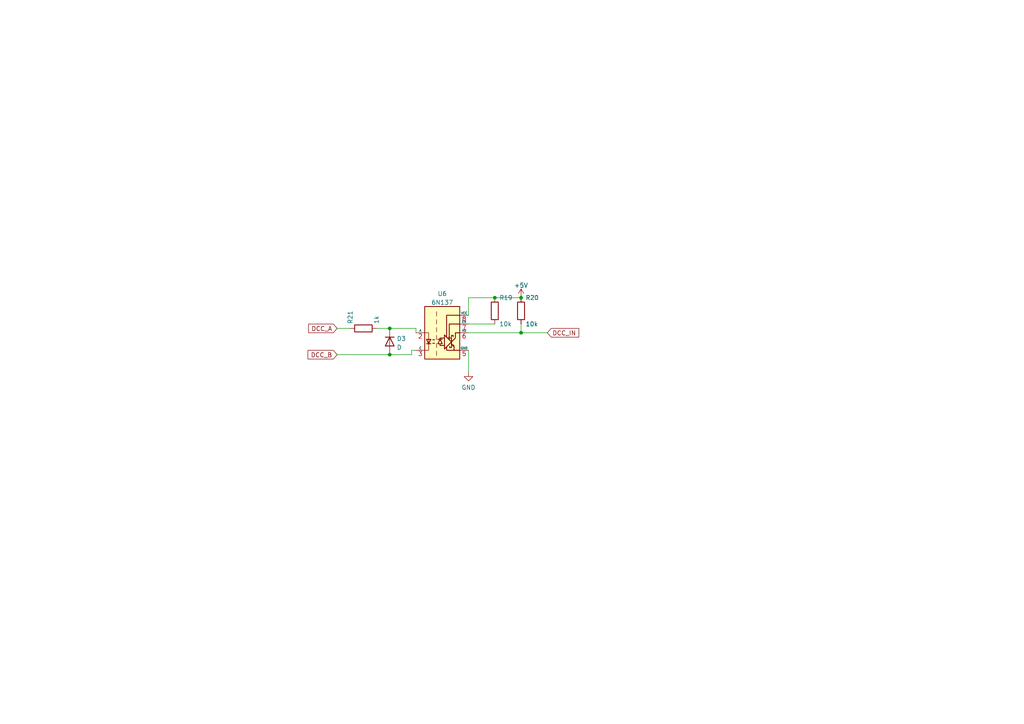
<source format=kicad_sch>
(kicad_sch (version 20230121) (generator eeschema)
  (paper "A4")
  (lib_symbols
    (symbol "Device:D" (pin_numbers hide) (pin_names (offset 1.016) hide)
      (property "Reference" "D" (at 0 2.54 0))
      (property "Value" "D" (at 0 -2.54 0))
      (symbol "D_0_1"
        (polyline (pts (xy -1.27 1.27) (xy -1.27 -1.27)) (stroke (width 0.254)))
        (polyline (pts (xy 1.27 0) (xy -1.27 0)))
        (polyline (pts (xy 1.27 1.27) (xy 1.27 -1.27) (xy -1.27 0) (xy 1.27 1.27)) (stroke (width 0.254)))
      )
      (symbol "D_1_1"
        (pin passive line (at -3.81 0 0) (length 2.54) (name "K") (number "1"))
        (pin passive line (at 3.81 0 180) (length 2.54) (name "A") (number "2"))
      )
    )
    (symbol "Device:R" (pin_numbers hide) (pin_names (offset 0))
      (property "Reference" "R" (at 2.032 0 90))
      (property "Value" "R" (at 0 0 90))
      (symbol "R_0_1"
        (rectangle (start -1.016 -2.54) (end 1.016 2.54) (stroke (width 0.254)))
      )
      (symbol "R_1_1"
        (pin passive line (at 0 3.81 270) (length 1.27) (name "~") (number "1"))
        (pin passive line (at 0 -3.81 90) (length 1.27) (name "~") (number "2"))
      )
    )
    (symbol "Isolator:6N137" (pin_names (offset 0))
      (property "Reference" "U" (at -4.064 8.89 0))
      (property "Value" "6N137" (at 0 -8.89 0))
      (symbol "6N137_0_1"
        (polyline (pts (xy 2.667 -3.556) (xy 2.667 -1.651)) (stroke (width 0.254)))
        (polyline (pts (xy 2.667 -2.159) (xy 2.667 -2.921)) (stroke (width 0.254)))
        (polyline (pts (xy 3.429 -3.937) (xy 3.429 -5.08)) (stroke (width 0.254)))
        (polyline (pts (xy -0.635 -3.302) (xy -0.635 -3.683) (xy 0.635 -3.683)) (stroke (width 0.254)))
        (polyline (pts (xy -0.635 -1.905) (xy -0.635 -1.524) (xy 0.508 -1.524)) (stroke (width 0.254)))
        (polyline (pts (xy 1.27 -4.064) (xy 1.27 -5.08) (xy 5.08 -5.08)) (stroke (width 0.254)))
        (polyline (pts (xy 1.27 -1.27) (xy 1.27 5.08) (xy 5.08 5.08)) (stroke (width 0.254)))
        (polyline (pts (xy 2.032 -1.27) (xy 2.032 2.54) (xy 5.08 2.54)) (stroke (width 0.254)))
        (polyline (pts (xy -5.08 -5.08) (xy -3.937 -5.08) (xy -3.937 0) (xy -5.08 0)))
        (polyline (pts (xy 2.667 -3.302) (xy 2.667 -4.318) (xy 2.159 -4.318) (xy 2.159 -3.937)) (stroke (width 0.254)))
        (polyline (pts (xy 2.667 -2.667) (xy 0.635 -4.699) (xy 0.635 -0.635) (xy 2.667 -2.667)) (stroke (width 0.254)))
        (polyline (pts (xy 2.667 -1.778) (xy 2.667 -0.762) (xy 3.175 -0.762) (xy 3.175 -1.143)) (stroke (width 0.254)))
        (polyline (pts (xy 2.794 -2.54) (xy 3.81 -1.524) (xy 3.81 0) (xy 5.08 0)) (stroke (width 0.254)))
        (polyline (pts (xy 2.667 -3.175) (xy 3.429 -3.937) (xy 3.302 -3.556) (xy 3.048 -3.81) (xy 3.429 -3.937)) (stroke (width 0.254)))
        (circle (center 2.032 -1.524) (radius 0.254) (stroke (width 0.254)))
      )
      (symbol "6N137_1_1"
        (rectangle (start -5.08 7.62) (end 5.08 -7.62) (stroke (width 0.254)) (fill (type background)))
        (polyline (pts (xy -4.572 -3.175) (xy -3.302 -3.175)) (stroke (width 0.254)))
        (polyline (pts (xy -1.651 -5.334) (xy -1.651 -6.604)))
        (polyline (pts (xy -1.651 -3.048) (xy -1.651 -4.318)))
        (polyline (pts (xy -1.651 -0.762) (xy -1.651 -2.032)))
        (polyline (pts (xy -1.651 1.524) (xy -1.651 0.254)))
        (polyline (pts (xy -1.651 3.81) (xy -1.651 2.54)))
        (polyline (pts (xy -1.651 6.096) (xy -1.651 4.826)))
        (polyline (pts (xy -1.27 -1.905) (xy 0 -1.905)) (stroke (width 0.254)))
        (polyline (pts (xy -3.937 -3.175) (xy -4.572 -1.905) (xy -3.302 -1.905) (xy -3.937 -3.175)) (stroke (width 0.254)))
        (polyline (pts (xy -0.635 -1.905) (xy -1.27 -3.175) (xy 0 -3.175) (xy -0.635 -1.905)) (stroke (width 0.254)))
        (polyline (pts (xy -2.921 -3.048) (xy -2.159 -3.048) (xy -2.54 -3.175) (xy -2.54 -2.921) (xy -2.159 -3.048)) (stroke (width 0.127)))
        (polyline (pts (xy -2.921 -2.032) (xy -2.159 -2.032) (xy -2.54 -2.159) (xy -2.54 -1.905) (xy -2.159 -2.032)) (stroke (width 0.127)))
        (pin no_connect line (at -5.08 5.08 0) (length 2.54) hide (name "NC") (number "1"))
        (pin passive line (at -7.62 0 0) (length 2.54) (name "A") (number "2"))
        (pin passive line (at -7.62 -5.08 0) (length 2.54) (name "C") (number "3"))
        (pin power_in line (at 7.62 -5.08 180) (length 2.54) (name "GND") (number "5"))
        (pin open_collector line (at 7.62 0 180) (length 2.54) (name "VO") (number "6"))
        (pin input line (at 7.62 2.54 180) (length 2.54) (name "EN") (number "7"))
        (pin power_in line (at 7.62 5.08 180) (length 2.54) (name "VCC") (number "8"))
      )
    )
    (symbol "power:+5V" (power) (pin_names (offset 0))
      (property "Value" "+5V" (at 0 3.556 0))
      (symbol "+5V_0_1"
        (polyline (pts (xy -0.762 1.27) (xy 0 2.54)))
        (polyline (pts (xy 0 0) (xy 0 2.54)))
        (polyline (pts (xy 0 2.54) (xy 0.762 1.27)))
      )
      (symbol "+5V_1_1"
        (pin power_in line (at 0 0 90) (length 0) hide (name "+5V") (number "1"))
      )
    )
    (symbol "power:GND" (power) (pin_names (offset 0))
      (property "Value" "GND" (at 0 -3.81 0))
      (symbol "GND_0_1"
        (polyline (pts (xy 0 0) (xy 0 -1.27) (xy 1.27 -1.27) (xy 0 -2.54) (xy -1.27 -1.27) (xy 0 -1.27)))
      )
      (symbol "GND_1_1"
        (pin power_in line (at 0 0 270) (length 0) hide (name "GND") (number "1"))
      )
    )
  )
  (junction (at 113.03 95.25))
  (junction (at 151.13 96.52))
  (junction (at 151.13 86.36))
  (junction (at 143.51 86.36))
  (junction (at 113.03 102.87))
  (wire (pts (xy 135.89 101.6) (xy 135.89 107.95)))
  (wire (pts (xy 151.13 96.52) (xy 158.75 96.52)))
  (wire (pts (xy 113.03 95.25) (xy 120.65 95.25)))
  (wire (pts (xy 97.79 102.87) (xy 113.03 102.87)))
  (wire (pts (xy 135.89 96.52) (xy 151.13 96.52)))
  (wire (pts (xy 113.03 102.87) (xy 119.38 102.87)))
  (wire (pts (xy 143.51 86.36) (xy 151.13 86.36)))
  (wire (pts (xy 119.38 101.6) (xy 119.38 102.87)))
  (wire (pts (xy 120.65 96.52) (xy 120.65 95.25)))
  (wire (pts (xy 135.89 93.98) (xy 143.51 93.98)))
  (wire (pts (xy 135.89 86.36) (xy 143.51 86.36)))
  (wire (pts (xy 135.89 91.44) (xy 135.89 86.36)))
  (wire (pts (xy 97.79 95.25) (xy 101.6 95.25)))
  (wire (pts (xy 151.13 96.52) (xy 151.13 93.98)))
  (wire (pts (xy 120.65 101.6) (xy 119.38 101.6)))
  (wire (pts (xy 109.22 95.25) (xy 113.03 95.25)))
  (global_label "DCC_B" (shape input) (at 97.79 102.87 180) (property "Intersheetrefs" "${INTERSHEET_REFS}" (effects hide)))
  (global_label "DCC_A" (shape input) (at 97.79 95.25 180) (property "Intersheetrefs" "${INTERSHEET_REFS}" (effects hide)))
  (global_label "DCC_IN" (shape input) (at 158.75 96.52 0) (property "Intersheetrefs" "${INTERSHEET_REFS}" (effects hide)))
  (symbol (lib_id "power:GND") (at 135.89 107.95 0) (unit 1)
    (property "Reference" "#PWR026" (effects hide))
    (property "Value" "GND" (at 135.89 112.3934 0))
  )
  (symbol (lib_id "power:+5V") (at 151.13 86.36 0) (unit 1)
    (property "Reference" "#PWR025" (effects hide))
    (property "Value" "+5V" (at 151.13 82.7842 0))
  )
  (symbol (lib_id "Device:R") (at 143.51 90.17 0) (unit 1)
    (property "Reference" "R19" (at 144.78 86.36 0) (effects (justify left)))
    (property "Value" "10k" (at 144.78 93.98 0) (effects (justify left)))
    (property "Footprint" "Resistor_SMD:R_0805_2012Metric_Pad1.20x1.40mm_HandSolder" (effects hide))
    (property "JLCPCB Part#" "C17414" (effects hide))
  )
  (symbol (lib_id "Device:R") (at 105.41 95.25 90) (unit 1)
    (property "Reference" "R21" (at 101.6 93.98 0) (effects (justify left)))
    (property "Value" "1k" (at 109.22 93.98 0) (effects (justify left)))
    (property "Footprint" "Resistor_SMD:R_0805_2012Metric_Pad1.20x1.40mm_HandSolder" (effects hide))
    (property "JLCPCB Part#" "C17513" (effects hide))
  )
  (symbol (lib_id "Device:D") (at 113.03 99.06 270) (unit 1)
    (property "Reference" "D3" (at 115.062 98.2253 90) (effects (justify left)))
    (property "Value" "D" (at 115.062 100.7622 90) (effects (justify left)))
  )
  (symbol (lib_id "Device:R") (at 151.13 90.17 0) (unit 1)
    (property "Reference" "R20" (at 152.4 86.36 0) (effects (justify left)))
    (property "Value" "10k" (at 152.4 93.98 0) (effects (justify left)))
    (property "Footprint" "Resistor_SMD:R_0805_2012Metric_Pad1.20x1.40mm_HandSolder" (effects hide))
    (property "JLCPCB Part#" "C17414" (effects hide))
  )
  (symbol (lib_id "Isolator:6N137") (at 128.27 96.52 0) (unit 1)
    (property "Reference" "U6" (at 128.27 85.2002 0))
    (property "Value" "6N137" (at 128.27 87.7371 0))
    (property "Footprint" "Package_SO:SOP-8_6.62x9.15mm_P2.54mm" (effects hide))
    (property "Datasheet" "https://datasheet.lcsc.com/szlcsc/1908282202_Everlight-Elec-6N137S1-TA_C110020.pdf" (effects hide))
    (property "JLCPCB Part#" "C110020" (effects hide))
  )
)
</source>
